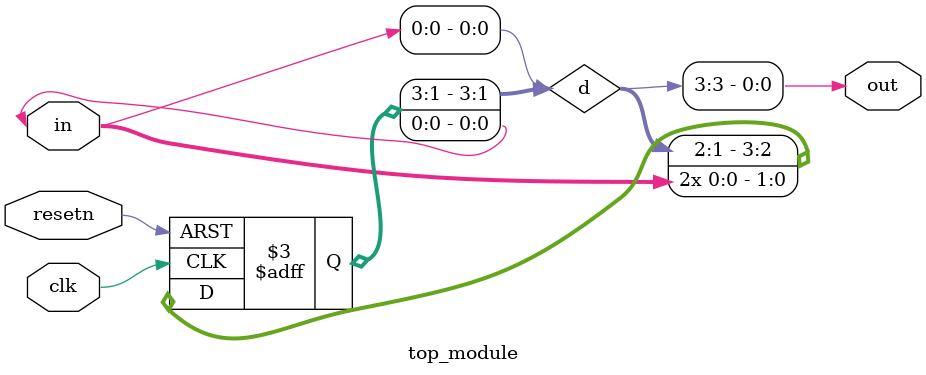
<source format=sv>
module top_module (
	input clk,
	input resetn,
	input in,
	output out
);
	// Declare D flip-flops
	reg [3:0] d;

	// D flip-flop input
	assign d[0] = in;

	// Shift register output
	assign out = d[3];

	// Clock and resetn control for D flip-flops
	always @(posedge clk or negedge resetn) begin
		if (~resetn) begin
			d <= 4'b0;
		end else begin
			d <= {d[2:0], in};
		end
	end
endmodule

</source>
